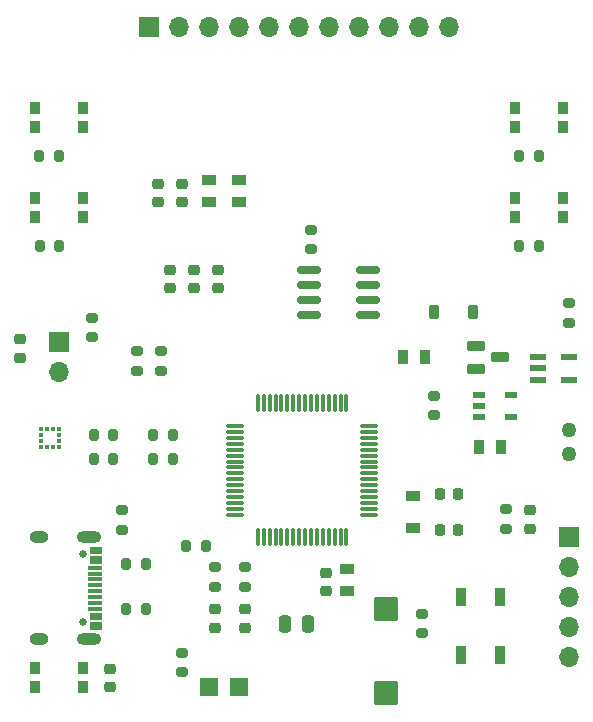
<source format=gbr>
%TF.GenerationSoftware,KiCad,Pcbnew,7.0.7*%
%TF.CreationDate,2023-12-26T11:08:44+08:00*%
%TF.ProjectId,Dice_Roller_SAMD,44696365-5f52-46f6-9c6c-65725f53414d,rev?*%
%TF.SameCoordinates,Original*%
%TF.FileFunction,Soldermask,Top*%
%TF.FilePolarity,Negative*%
%FSLAX46Y46*%
G04 Gerber Fmt 4.6, Leading zero omitted, Abs format (unit mm)*
G04 Created by KiCad (PCBNEW 7.0.7) date 2023-12-26 11:08:44*
%MOMM*%
%LPD*%
G01*
G04 APERTURE LIST*
G04 Aperture macros list*
%AMRoundRect*
0 Rectangle with rounded corners*
0 $1 Rounding radius*
0 $2 $3 $4 $5 $6 $7 $8 $9 X,Y pos of 4 corners*
0 Add a 4 corners polygon primitive as box body*
4,1,4,$2,$3,$4,$5,$6,$7,$8,$9,$2,$3,0*
0 Add four circle primitives for the rounded corners*
1,1,$1+$1,$2,$3*
1,1,$1+$1,$4,$5*
1,1,$1+$1,$6,$7*
1,1,$1+$1,$8,$9*
0 Add four rect primitives between the rounded corners*
20,1,$1+$1,$2,$3,$4,$5,0*
20,1,$1+$1,$4,$5,$6,$7,0*
20,1,$1+$1,$6,$7,$8,$9,0*
20,1,$1+$1,$8,$9,$2,$3,0*%
G04 Aperture macros list end*
%ADD10RoundRect,0.200000X0.275000X-0.200000X0.275000X0.200000X-0.275000X0.200000X-0.275000X-0.200000X0*%
%ADD11RoundRect,0.102000X-0.660400X-0.279400X0.660400X-0.279400X0.660400X0.279400X-0.660400X0.279400X0*%
%ADD12RoundRect,0.250000X0.250000X0.475000X-0.250000X0.475000X-0.250000X-0.475000X0.250000X-0.475000X0*%
%ADD13RoundRect,0.225000X0.250000X-0.225000X0.250000X0.225000X-0.250000X0.225000X-0.250000X-0.225000X0*%
%ADD14R,0.304800X0.330200*%
%ADD15R,0.330200X0.304800*%
%ADD16R,0.863600X1.244600*%
%ADD17RoundRect,0.218750X0.256250X-0.218750X0.256250X0.218750X-0.256250X0.218750X-0.256250X-0.218750X0*%
%ADD18R,1.700000X1.700000*%
%ADD19O,1.700000X1.700000*%
%ADD20RoundRect,0.200000X0.200000X0.275000X-0.200000X0.275000X-0.200000X-0.275000X0.200000X-0.275000X0*%
%ADD21RoundRect,0.150000X-0.825000X-0.150000X0.825000X-0.150000X0.825000X0.150000X-0.825000X0.150000X0*%
%ADD22R,0.900000X1.000000*%
%ADD23RoundRect,0.225000X0.225000X0.250000X-0.225000X0.250000X-0.225000X-0.250000X0.225000X-0.250000X0*%
%ADD24R,1.244600X0.863600*%
%ADD25RoundRect,0.200000X-0.200000X-0.275000X0.200000X-0.275000X0.200000X0.275000X-0.200000X0.275000X0*%
%ADD26RoundRect,0.225000X-0.250000X0.225000X-0.250000X-0.225000X0.250000X-0.225000X0.250000X0.225000X0*%
%ADD27R,1.320800X0.508000*%
%ADD28R,1.295400X0.965200*%
%ADD29RoundRect,0.200000X-0.275000X0.200000X-0.275000X-0.200000X0.275000X-0.200000X0.275000X0.200000X0*%
%ADD30R,0.900000X1.500000*%
%ADD31C,1.270000*%
%ADD32R,1.500000X1.500000*%
%ADD33R,1.003300X0.508000*%
%ADD34RoundRect,0.075000X0.662500X0.075000X-0.662500X0.075000X-0.662500X-0.075000X0.662500X-0.075000X0*%
%ADD35RoundRect,0.075000X0.075000X0.662500X-0.075000X0.662500X-0.075000X-0.662500X0.075000X-0.662500X0*%
%ADD36RoundRect,0.225000X-0.225000X-0.375000X0.225000X-0.375000X0.225000X0.375000X-0.225000X0.375000X0*%
%ADD37C,0.650000*%
%ADD38R,1.070000X0.300000*%
%ADD39R,1.150000X0.300000*%
%ADD40O,2.100000X1.000000*%
%ADD41O,1.600000X1.000000*%
%ADD42RoundRect,0.102000X0.900000X-0.875000X0.900000X0.875000X-0.900000X0.875000X-0.900000X-0.875000X0*%
G04 APERTURE END LIST*
D10*
%TO.C,R23*%
X173228000Y-156578000D03*
X173228000Y-154928000D03*
%TD*%
D11*
%TO.C,Q1*%
X192786000Y-136194800D03*
X192786000Y-138125200D03*
X194818000Y-137160000D03*
%TD*%
D12*
%TO.C,L1*%
X178562000Y-159766000D03*
X176662000Y-159766000D03*
%TD*%
D13*
%TO.C,C10*%
X168910000Y-131318000D03*
X168910000Y-129768000D03*
%TD*%
D14*
%TO.C,U5*%
X157470102Y-143270100D03*
X156970101Y-143270100D03*
X156470101Y-143270100D03*
X155970100Y-143270100D03*
D15*
X155960202Y-143779999D03*
X155960202Y-144279999D03*
D14*
X155970100Y-144789898D03*
X156470101Y-144789898D03*
X156970101Y-144789898D03*
X157470102Y-144789898D03*
D15*
X157480000Y-144279999D03*
X157480000Y-143779999D03*
%TD*%
D16*
%TO.C,C1*%
X194894200Y-144780000D03*
X193040000Y-144780000D03*
%TD*%
D10*
%TO.C,R22*%
X170688000Y-156578000D03*
X170688000Y-154928000D03*
%TD*%
D17*
%TO.C,CHG1*%
X197358000Y-151663500D03*
X197358000Y-150088500D03*
%TD*%
D10*
%TO.C,R19*%
X160274000Y-135445000D03*
X160274000Y-133795000D03*
%TD*%
D18*
%TO.C,M1*%
X157480000Y-135885000D03*
D19*
X157480000Y-138425000D03*
%TD*%
D20*
%TO.C,R13*%
X162115000Y-145796000D03*
X160465000Y-145796000D03*
%TD*%
D21*
%TO.C,U2*%
X178692000Y-129794000D03*
X178692000Y-131064000D03*
X178692000Y-132334000D03*
X178692000Y-133604000D03*
X183642000Y-133604000D03*
X183642000Y-132334000D03*
X183642000Y-131064000D03*
X183642000Y-129794000D03*
%TD*%
D22*
%TO.C,SW4*%
X196070000Y-116040000D03*
X200170000Y-116040000D03*
X196070000Y-117640000D03*
X200170000Y-117640000D03*
%TD*%
D23*
%TO.C,C9*%
X191288000Y-148717000D03*
X189738000Y-148717000D03*
%TD*%
D24*
%TO.C,C3*%
X172720000Y-124028200D03*
X172720000Y-122174000D03*
%TD*%
D25*
%TO.C,R20*%
X165482000Y-143764000D03*
X167132000Y-143764000D03*
%TD*%
D26*
%TO.C,C5*%
X161816000Y-163550000D03*
X161816000Y-165100000D03*
%TD*%
D27*
%TO.C,U3*%
X198069200Y-137160000D03*
X198069200Y-138110001D03*
X198069200Y-139060002D03*
X200660000Y-139060002D03*
X200660000Y-137160000D03*
%TD*%
D28*
%TO.C,X2*%
X187452000Y-148869400D03*
X187452000Y-151612600D03*
%TD*%
D29*
%TO.C,R10*%
X166116000Y-136652000D03*
X166116000Y-138302000D03*
%TD*%
D16*
%TO.C,C2*%
X188468000Y-137160000D03*
X186613800Y-137160000D03*
%TD*%
D30*
%TO.C,LED1*%
X191516000Y-162380000D03*
X194816000Y-162380000D03*
X194816000Y-157480000D03*
X191516000Y-157480000D03*
%TD*%
D18*
%TO.C,J2*%
X165100000Y-109220000D03*
D19*
X167640000Y-109220000D03*
X170180000Y-109220000D03*
X172720000Y-109220000D03*
X175260000Y-109220000D03*
X177800000Y-109220000D03*
X180340000Y-109220000D03*
X182880000Y-109220000D03*
X185420000Y-109220000D03*
X187960000Y-109220000D03*
X190500000Y-109220000D03*
%TD*%
D31*
%TO.C,X1*%
X200660000Y-145320000D03*
X200660000Y-143319998D03*
%TD*%
D20*
%TO.C,R16*%
X157543000Y-127762000D03*
X155893000Y-127762000D03*
%TD*%
D29*
%TO.C,R11*%
X164084000Y-136652000D03*
X164084000Y-138302000D03*
%TD*%
D13*
%TO.C,C4*%
X166878000Y-131318000D03*
X166878000Y-129768000D03*
%TD*%
D22*
%TO.C,RST1*%
X159530000Y-165100000D03*
X155430000Y-165100000D03*
X159530000Y-163500000D03*
X155430000Y-163500000D03*
%TD*%
D32*
%TO.C,TP1*%
X172720000Y-165100000D03*
%TD*%
D29*
%TO.C,R14*%
X188214000Y-158878000D03*
X188214000Y-160528000D03*
%TD*%
D20*
%TO.C,R12*%
X162115000Y-143764000D03*
X160465000Y-143764000D03*
%TD*%
D17*
%TO.C,L2*%
X154178000Y-137211000D03*
X154178000Y-135636000D03*
%TD*%
D33*
%TO.C,U4*%
X193040000Y-140339998D03*
X193040000Y-141289999D03*
X193040000Y-142240000D03*
X195745100Y-142240000D03*
X195745100Y-140339998D03*
%TD*%
D34*
%TO.C,U1*%
X183752500Y-150487500D03*
X183752500Y-149987500D03*
X183752500Y-149487500D03*
X183752500Y-148987500D03*
X183752500Y-148487500D03*
X183752500Y-147987500D03*
X183752500Y-147487500D03*
X183752500Y-146987500D03*
X183752500Y-146487500D03*
X183752500Y-145987500D03*
X183752500Y-145487500D03*
X183752500Y-144987500D03*
X183752500Y-144487500D03*
X183752500Y-143987500D03*
X183752500Y-143487500D03*
X183752500Y-142987500D03*
D35*
X181840000Y-141075000D03*
X181340000Y-141075000D03*
X180840000Y-141075000D03*
X180340000Y-141075000D03*
X179840000Y-141075000D03*
X179340000Y-141075000D03*
X178840000Y-141075000D03*
X178340000Y-141075000D03*
X177840000Y-141075000D03*
X177340000Y-141075000D03*
X176840000Y-141075000D03*
X176340000Y-141075000D03*
X175840000Y-141075000D03*
X175340000Y-141075000D03*
X174840000Y-141075000D03*
X174340000Y-141075000D03*
D34*
X172427500Y-142987500D03*
X172427500Y-143487500D03*
X172427500Y-143987500D03*
X172427500Y-144487500D03*
X172427500Y-144987500D03*
X172427500Y-145487500D03*
X172427500Y-145987500D03*
X172427500Y-146487500D03*
X172427500Y-146987500D03*
X172427500Y-147487500D03*
X172427500Y-147987500D03*
X172427500Y-148487500D03*
X172427500Y-148987500D03*
X172427500Y-149487500D03*
X172427500Y-149987500D03*
X172427500Y-150487500D03*
D35*
X174340000Y-152400000D03*
X174840000Y-152400000D03*
X175340000Y-152400000D03*
X175840000Y-152400000D03*
X176340000Y-152400000D03*
X176840000Y-152400000D03*
X177340000Y-152400000D03*
X177840000Y-152400000D03*
X178340000Y-152400000D03*
X178840000Y-152400000D03*
X179340000Y-152400000D03*
X179840000Y-152400000D03*
X180340000Y-152400000D03*
X180840000Y-152400000D03*
X181340000Y-152400000D03*
X181840000Y-152400000D03*
%TD*%
D29*
%TO.C,R1*%
X178816000Y-126366000D03*
X178816000Y-128016000D03*
%TD*%
D25*
%TO.C,R18*%
X196470000Y-127762000D03*
X198120000Y-127762000D03*
%TD*%
D18*
%TO.C,J3*%
X200660000Y-152400000D03*
D19*
X200660000Y-154940000D03*
X200660000Y-157480000D03*
X200660000Y-160020000D03*
X200660000Y-162560000D03*
%TD*%
D13*
%TO.C,C12*%
X170942000Y-131318000D03*
X170942000Y-129768000D03*
%TD*%
D36*
%TO.C,D1*%
X189232000Y-133350000D03*
X192532000Y-133350000D03*
%TD*%
D32*
%TO.C,TP2*%
X170180000Y-165100000D03*
%TD*%
D25*
%TO.C,R17*%
X196470000Y-120142000D03*
X198120000Y-120142000D03*
%TD*%
D22*
%TO.C,SW3*%
X155430000Y-123660000D03*
X159530000Y-123660000D03*
X155430000Y-125260000D03*
X159530000Y-125260000D03*
%TD*%
D20*
%TO.C,R2*%
X164846000Y-158496000D03*
X163196000Y-158496000D03*
%TD*%
%TO.C,R3*%
X164846000Y-154686000D03*
X163196000Y-154686000D03*
%TD*%
%TO.C,R15*%
X157480000Y-120142000D03*
X155830000Y-120142000D03*
%TD*%
D24*
%TO.C,C11*%
X170180000Y-124028200D03*
X170180000Y-122174000D03*
%TD*%
D25*
%TO.C,R8*%
X168276000Y-153162000D03*
X169926000Y-153162000D03*
%TD*%
D22*
%TO.C,SW2*%
X155430000Y-116040000D03*
X159530000Y-116040000D03*
X155430000Y-117640000D03*
X159530000Y-117640000D03*
%TD*%
D13*
%TO.C,C13*%
X165862000Y-124028200D03*
X165862000Y-122478200D03*
%TD*%
D10*
%TO.C,R6*%
X162814000Y-151764000D03*
X162814000Y-150114000D03*
%TD*%
D29*
%TO.C,R7*%
X189230000Y-140399000D03*
X189230000Y-142049000D03*
%TD*%
D24*
%TO.C,C7*%
X181864000Y-156972000D03*
X181864000Y-155117800D03*
%TD*%
D17*
%TO.C,CHG3*%
X173228000Y-160071000D03*
X173228000Y-158496000D03*
%TD*%
D10*
%TO.C,R4*%
X195326000Y-151663500D03*
X195326000Y-150013500D03*
%TD*%
D37*
%TO.C,J1*%
X159520000Y-153830000D03*
X159520000Y-159610000D03*
D38*
X160625000Y-153370000D03*
X160625000Y-154170000D03*
D39*
X160585000Y-155470000D03*
X160585000Y-156470000D03*
X160585000Y-156970000D03*
X160585000Y-157970000D03*
D38*
X160625000Y-159270000D03*
X160625000Y-160070000D03*
X160625000Y-159770000D03*
X160625000Y-158970000D03*
D39*
X160585000Y-158470000D03*
X160585000Y-157470000D03*
X160585000Y-155970000D03*
X160585000Y-154970000D03*
D38*
X160625000Y-154470000D03*
X160625000Y-153670000D03*
D40*
X160020000Y-152400000D03*
D41*
X155840000Y-152400000D03*
D40*
X160020000Y-161040000D03*
D41*
X155840000Y-161040000D03*
%TD*%
D10*
%TO.C,R5*%
X200660000Y-134238000D03*
X200660000Y-132588000D03*
%TD*%
D29*
%TO.C,R9*%
X167894000Y-162180000D03*
X167894000Y-163830000D03*
%TD*%
D42*
%TO.C,D2*%
X185147000Y-158459000D03*
X185147000Y-165609000D03*
%TD*%
D17*
%TO.C,CHG2*%
X170688000Y-160071000D03*
X170688000Y-158496000D03*
%TD*%
D13*
%TO.C,C6*%
X180086000Y-156972000D03*
X180086000Y-155422000D03*
%TD*%
%TO.C,C14*%
X167894000Y-124028200D03*
X167894000Y-122478200D03*
%TD*%
D20*
%TO.C,R21*%
X167132000Y-145796000D03*
X165482000Y-145796000D03*
%TD*%
D22*
%TO.C,SW5*%
X196070000Y-123660000D03*
X200170000Y-123660000D03*
X196070000Y-125260000D03*
X200170000Y-125260000D03*
%TD*%
D23*
%TO.C,C8*%
X191275000Y-151765000D03*
X189725000Y-151765000D03*
%TD*%
M02*

</source>
